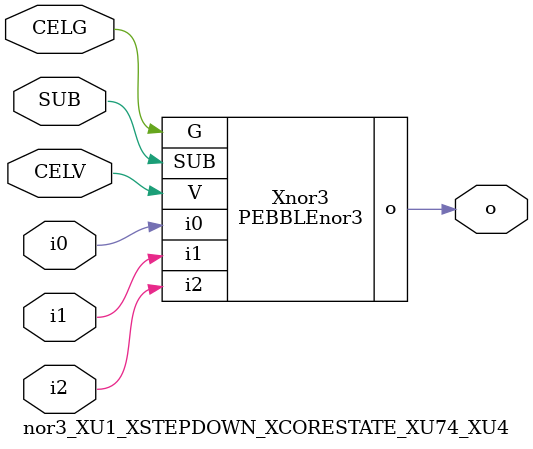
<source format=v>



module PEBBLEnor3 ( o, G, SUB, V, i0, i1, i2 );

  input i0;
  input V;
  input i2;
  input i1;
  input G;
  output o;
  input SUB;
endmodule

//Celera Confidential Do Not Copy nor3_XU1_XSTEPDOWN_XCORESTATE_XU74_XU4
//Celera Confidential Symbol Generator
//NOR3
module nor3_XU1_XSTEPDOWN_XCORESTATE_XU74_XU4 (CELV,CELG,i0,i1,i2,o,SUB);
input CELV;
input CELG;
input i0;
input i1;
input i2;
input SUB;
output o;

//Celera Confidential Do Not Copy nor3
PEBBLEnor3 Xnor3(
.V (CELV),
.i0 (i0),
.i1 (i1),
.i2 (i2),
.o (o),
.SUB (SUB),
.G (CELG)
);
//,diesize,PEBBLEnor3

//Celera Confidential Do Not Copy Module End
//Celera Schematic Generator
endmodule

</source>
